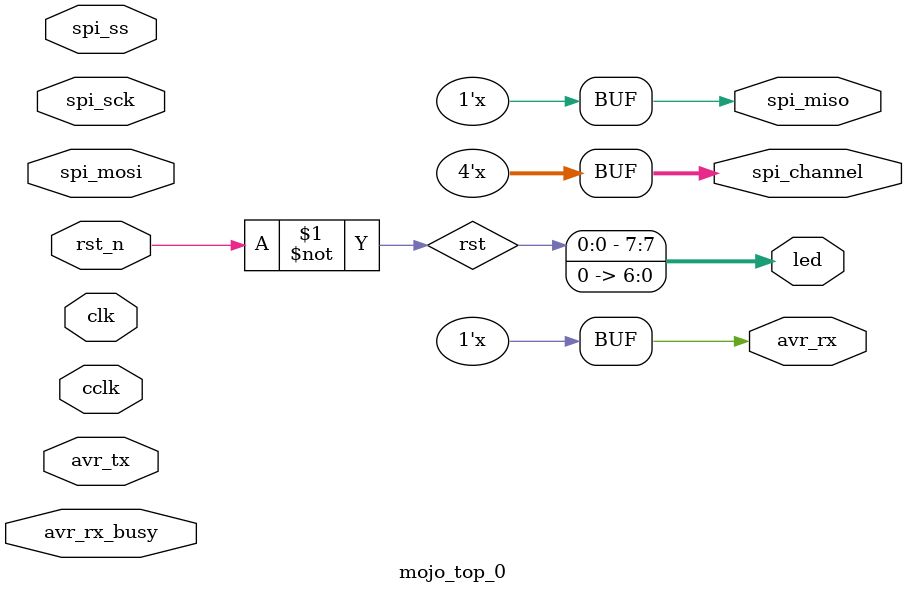
<source format=v>
module mojo_top_0(
    input clk,
    input rst_n,
    input cclk,
    output [7:0] led,
    output spi_miso,
    input spi_ss,
    input spi_mosi,
    input spi_sck,
    output [3:0] spi_channel,
    input avr_tx,
    output avr_rx,
    input avr_rx_busy
  );
  
  wire rst = ~rst_n;
  
  assign spi_miso = 1'bz;
  assign avr_rx = 1'bz;
  assign spi_channel = 4'bzzzz;
  
  //assign led = 8'b0;
  assign led[6:0] = 7'b0;
  assign led[7] = rst;
  
endmodule
</source>
